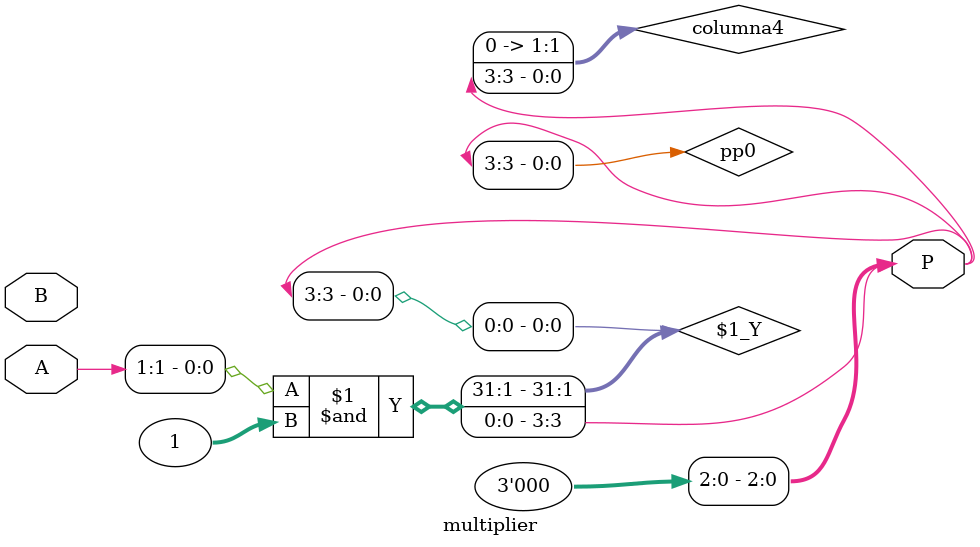
<source format=v>

`timescale 1ns/1ps  
module multiplier (
input [1:0] A,
input [1:0] B,
output [3:0] P);

        // Generación de productos parciales
 wire pp0 = ((A[1]) & (1));

    // Suma de productos parciales
wire [1:0] columna4 = pp0;
assign P = (columna4 << 3);
endmodule
</source>
